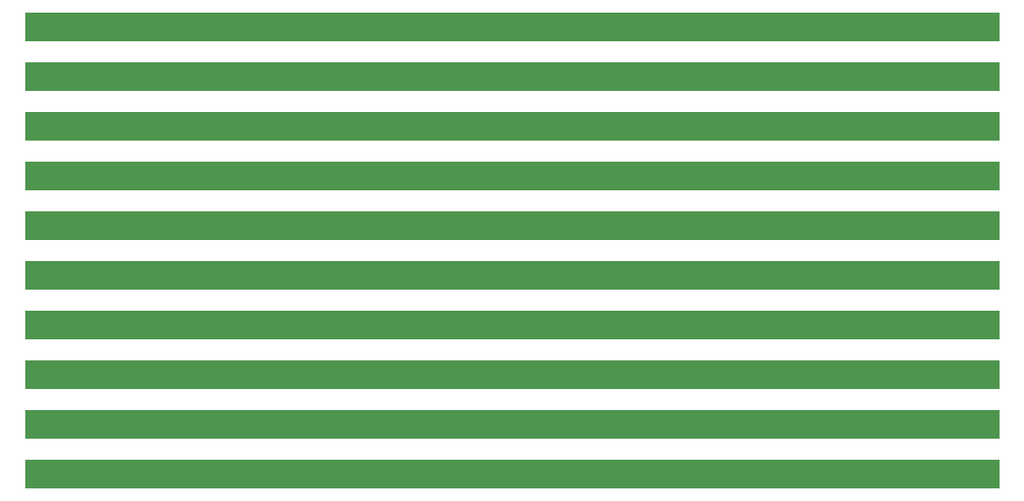
<source format=gtp>
G04*
G04 #@! TF.GenerationSoftware,Altium Limited,Altium Designer,21.3.2 (30)*
G04*
G04 Layer_Color=8421504*
%FSLAX25Y25*%
%MOIN*%
G70*
G04*
G04 #@! TF.SameCoordinates,6AE65C0D-1D2A-47B7-BFB0-4F28CD664EAD*
G04*
G04*
G04 #@! TF.FilePolarity,Positive*
G04*
G01*
G75*
%ADD10R,3.85827X0.11811*%
D10*
X192913Y5906D02*
D03*
Y25591D02*
D03*
Y45276D02*
D03*
Y64961D02*
D03*
Y84646D02*
D03*
Y104331D02*
D03*
Y124016D02*
D03*
Y143701D02*
D03*
Y163386D02*
D03*
Y183071D02*
D03*
M02*

</source>
